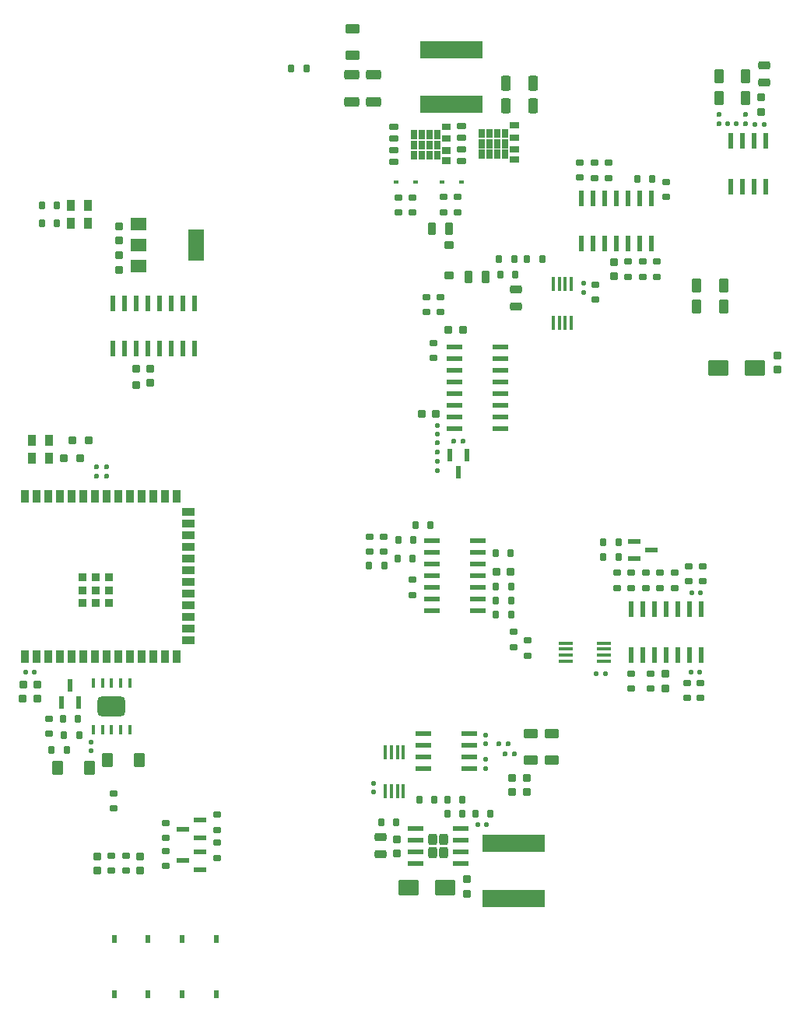
<source format=gbr>
%TF.GenerationSoftware,KiCad,Pcbnew,7.0.8*%
%TF.CreationDate,2023-10-31T22:16:14+02:00*%
%TF.ProjectId,Small_load_V1,536d616c-6c5f-46c6-9f61-645f56312e6b,rev?*%
%TF.SameCoordinates,Original*%
%TF.FileFunction,Paste,Top*%
%TF.FilePolarity,Positive*%
%FSLAX46Y46*%
G04 Gerber Fmt 4.6, Leading zero omitted, Abs format (unit mm)*
G04 Created by KiCad (PCBNEW 7.0.8) date 2023-10-31 22:16:14*
%MOMM*%
%LPD*%
G01*
G04 APERTURE LIST*
G04 Aperture macros list*
%AMRoundRect*
0 Rectangle with rounded corners*
0 $1 Rounding radius*
0 $2 $3 $4 $5 $6 $7 $8 $9 X,Y pos of 4 corners*
0 Add a 4 corners polygon primitive as box body*
4,1,4,$2,$3,$4,$5,$6,$7,$8,$9,$2,$3,0*
0 Add four circle primitives for the rounded corners*
1,1,$1+$1,$2,$3*
1,1,$1+$1,$4,$5*
1,1,$1+$1,$6,$7*
1,1,$1+$1,$8,$9*
0 Add four rect primitives between the rounded corners*
20,1,$1+$1,$2,$3,$4,$5,0*
20,1,$1+$1,$4,$5,$6,$7,0*
20,1,$1+$1,$6,$7,$8,$9,0*
20,1,$1+$1,$8,$9,$2,$3,0*%
G04 Aperture macros list end*
%ADD10C,0.001000*%
%ADD11RoundRect,0.160000X-0.267500X0.200000X-0.267500X-0.200000X0.267500X-0.200000X0.267500X0.200000X0*%
%ADD12R,0.630000X0.900000*%
%ADD13RoundRect,0.082500X-0.187500X-0.120000X0.187500X-0.120000X0.187500X0.120000X-0.187500X0.120000X0*%
%ADD14RoundRect,0.192500X-0.617500X0.325000X-0.617500X-0.325000X0.617500X-0.325000X0.617500X0.325000X0*%
%ADD15RoundRect,0.052500X0.217500X-0.825000X0.217500X0.825000X-0.217500X0.825000X-0.217500X-0.825000X0*%
%ADD16RoundRect,0.180000X0.247500X-0.225000X0.247500X0.225000X-0.247500X0.225000X-0.247500X-0.225000X0*%
%ADD17RoundRect,0.160000X0.200000X0.267500X-0.200000X0.267500X-0.200000X-0.267500X0.200000X-0.267500X0*%
%ADD18RoundRect,0.108000X-0.180000X0.135000X-0.180000X-0.135000X0.180000X-0.135000X0.180000X0.135000X0*%
%ADD19RoundRect,0.160000X-0.200000X-0.267500X0.200000X-0.267500X0.200000X0.267500X-0.200000X0.267500X0*%
%ADD20RoundRect,0.195000X0.243750X0.435000X-0.243750X0.435000X-0.243750X-0.435000X0.243750X-0.435000X0*%
%ADD21RoundRect,0.480000X1.050000X-0.600000X1.050000X0.600000X-1.050000X0.600000X-1.050000X-0.600000X0*%
%ADD22R,0.459000X0.990000*%
%ADD23RoundRect,0.180000X0.225000X0.247500X-0.225000X0.247500X-0.225000X-0.247500X0.225000X-0.247500X0*%
%ADD24RoundRect,0.160000X0.267500X-0.200000X0.267500X0.200000X-0.267500X0.200000X-0.267500X-0.200000X0*%
%ADD25RoundRect,0.112000X0.167000X-0.140000X0.167000X0.140000X-0.167000X0.140000X-0.167000X-0.140000X0*%
%ADD26RoundRect,0.112000X-0.167000X0.140000X-0.167000X-0.140000X0.167000X-0.140000X0.167000X0.140000X0*%
%ADD27RoundRect,0.180000X-0.247500X0.225000X-0.247500X-0.225000X0.247500X-0.225000X0.247500X0.225000X0*%
%ADD28RoundRect,0.112000X-0.140000X-0.167000X0.140000X-0.167000X0.140000X0.167000X-0.140000X0.167000X0*%
%ADD29RoundRect,0.140000X-0.377500X0.175000X-0.377500X-0.175000X0.377500X-0.175000X0.377500X0.175000X0*%
%ADD30RoundRect,0.200000X0.452500X-0.250000X0.452500X0.250000X-0.452500X0.250000X-0.452500X-0.250000X0*%
%ADD31RoundRect,0.112000X0.140000X0.167000X-0.140000X0.167000X-0.140000X-0.167000X0.140000X-0.167000X0*%
%ADD32RoundRect,0.108000X-0.135000X-0.180000X0.135000X-0.180000X0.135000X0.180000X-0.135000X0.180000X0*%
%ADD33RoundRect,0.188750X0.238750X-0.250000X0.238750X0.250000X-0.238750X0.250000X-0.238750X-0.250000X0*%
%ADD34R,6.750000X1.980000*%
%ADD35RoundRect,0.195000X-0.243750X-0.435000X0.243750X-0.435000X0.243750X0.435000X-0.243750X0.435000X0*%
%ADD36RoundRect,0.125000X1.000000X0.685000X-1.000000X0.685000X-1.000000X-0.685000X1.000000X-0.685000X0*%
%ADD37RoundRect,0.200000X-0.452500X0.250000X-0.452500X-0.250000X0.452500X-0.250000X0.452500X0.250000X0*%
%ADD38RoundRect,0.076250X-0.193750X0.587500X-0.193750X-0.587500X0.193750X-0.587500X0.193750X0.587500X0*%
%ADD39RoundRect,0.018750X0.161250X-0.712500X0.161250X0.712500X-0.161250X0.712500X-0.161250X-0.712500X0*%
%ADD40RoundRect,0.193750X-0.312500X-0.593750X0.312500X-0.593750X0.312500X0.593750X-0.312500X0.593750X0*%
%ADD41RoundRect,0.185000X-0.400000X-0.580000X0.400000X-0.580000X0.400000X0.580000X-0.400000X0.580000X0*%
%ADD42RoundRect,0.193750X0.593750X-0.312500X0.593750X0.312500X-0.593750X0.312500X-0.593750X-0.312500X0*%
%ADD43RoundRect,0.200000X0.250000X0.452500X-0.250000X0.452500X-0.250000X-0.452500X0.250000X-0.452500X0*%
%ADD44RoundRect,0.076250X0.587500X0.193750X-0.587500X0.193750X-0.587500X-0.193750X0.587500X-0.193750X0*%
%ADD45RoundRect,0.108000X0.180000X-0.135000X0.180000X0.135000X-0.180000X0.135000X-0.180000X-0.135000X0*%
%ADD46RoundRect,0.188750X0.250000X0.238750X-0.250000X0.238750X-0.250000X-0.238750X0.250000X-0.238750X0*%
%ADD47RoundRect,0.192500X-0.325000X-0.617500X0.325000X-0.617500X0.325000X0.617500X-0.325000X0.617500X0*%
%ADD48RoundRect,0.082500X0.187500X0.120000X-0.187500X0.120000X-0.187500X-0.120000X0.187500X-0.120000X0*%
%ADD49RoundRect,0.052500X0.825000X0.217500X-0.825000X0.217500X-0.825000X-0.217500X0.825000X-0.217500X0*%
%ADD50RoundRect,0.180000X-0.360000X0.225000X-0.360000X-0.225000X0.360000X-0.225000X0.360000X0.225000X0*%
%ADD51RoundRect,0.018750X-0.161250X0.712500X-0.161250X-0.712500X0.161250X-0.712500X0.161250X0.712500X0*%
%ADD52R,0.810000X1.350000*%
%ADD53R,1.350000X0.810000*%
%ADD54R,0.810000X0.810000*%
%ADD55RoundRect,0.108000X0.135000X0.180000X-0.135000X0.180000X-0.135000X-0.180000X0.135000X-0.180000X0*%
%ADD56RoundRect,0.193750X0.312500X0.593750X-0.312500X0.593750X-0.312500X-0.593750X0.312500X-0.593750X0*%
%ADD57RoundRect,0.052500X-0.825000X-0.217500X0.825000X-0.217500X0.825000X0.217500X-0.825000X0.217500X0*%
%ADD58RoundRect,0.180000X-0.225000X-0.247500X0.225000X-0.247500X0.225000X0.247500X-0.225000X0.247500X0*%
%ADD59RoundRect,0.018750X0.712500X0.161250X-0.712500X0.161250X-0.712500X-0.161250X0.712500X-0.161250X0*%
%ADD60RoundRect,0.076250X-0.587500X-0.193750X0.587500X-0.193750X0.587500X0.193750X-0.587500X0.193750X0*%
%ADD61RoundRect,0.076250X0.193750X-0.587500X0.193750X0.587500X-0.193750X0.587500X-0.193750X-0.587500X0*%
%ADD62RoundRect,0.125000X-1.000000X-0.685000X1.000000X-0.685000X1.000000X0.685000X-1.000000X0.685000X0*%
%ADD63RoundRect,0.240000X0.240000X0.385000X-0.240000X0.385000X-0.240000X-0.385000X0.240000X-0.385000X0*%
%ADD64R,1.800000X1.350000*%
%ADD65R,1.800000X3.420000*%
G04 APERTURE END LIST*
D10*
%TO.C,Q6*%
X96850000Y-74010000D02*
X97750000Y-74010000D01*
X97750000Y-74010000D02*
X97750000Y-74610000D01*
X97750000Y-74610000D02*
X96850000Y-74610000D01*
X96850000Y-74610000D02*
X96850000Y-74010000D01*
G36*
X96850000Y-74010000D02*
G01*
X97750000Y-74010000D01*
X97750000Y-74610000D01*
X96850000Y-74610000D01*
X96850000Y-74010000D01*
G37*
X96600000Y-74710000D02*
X96000000Y-74710000D01*
X96000000Y-74710000D02*
X96000000Y-75610000D01*
X96000000Y-75610000D02*
X96600000Y-75610000D01*
X96600000Y-75610000D02*
X96600000Y-74710000D01*
G36*
X96600000Y-74710000D02*
G01*
X96000000Y-74710000D01*
X96000000Y-75610000D01*
X96600000Y-75610000D01*
X96600000Y-74710000D01*
G37*
X95750000Y-74710000D02*
X95150000Y-74710000D01*
X95150000Y-74710000D02*
X95150000Y-75610000D01*
X95150000Y-75610000D02*
X95750000Y-75610000D01*
X95750000Y-75610000D02*
X95750000Y-74710000D01*
G36*
X95750000Y-74710000D02*
G01*
X95150000Y-74710000D01*
X95150000Y-75610000D01*
X95750000Y-75610000D01*
X95750000Y-74710000D01*
G37*
X94900000Y-74710000D02*
X94300000Y-74710000D01*
X94300000Y-74710000D02*
X94300000Y-75610000D01*
X94300000Y-75610000D02*
X94900000Y-75610000D01*
X94900000Y-75610000D02*
X94900000Y-74710000D01*
G36*
X94900000Y-74710000D02*
G01*
X94300000Y-74710000D01*
X94300000Y-75610000D01*
X94900000Y-75610000D01*
X94900000Y-74710000D01*
G37*
X94050000Y-74710000D02*
X93450000Y-74710000D01*
X93450000Y-74710000D02*
X93450000Y-75610000D01*
X93450000Y-75610000D02*
X94050000Y-75610000D01*
X94050000Y-75610000D02*
X94050000Y-74710000D01*
G36*
X94050000Y-74710000D02*
G01*
X93450000Y-74710000D01*
X93450000Y-75610000D01*
X94050000Y-75610000D01*
X94050000Y-74710000D01*
G37*
X96850000Y-75310000D02*
X97750000Y-75310000D01*
X97750000Y-75310000D02*
X97750000Y-75910000D01*
X97750000Y-75910000D02*
X96850000Y-75910000D01*
X96850000Y-75910000D02*
X96850000Y-75310000D01*
G36*
X96850000Y-75310000D02*
G01*
X97750000Y-75310000D01*
X97750000Y-75910000D01*
X96850000Y-75910000D01*
X96850000Y-75310000D01*
G37*
X96600000Y-75860000D02*
X96000000Y-75860000D01*
X96000000Y-75860000D02*
X96000000Y-76760000D01*
X96000000Y-76760000D02*
X96600000Y-76760000D01*
X96600000Y-76760000D02*
X96600000Y-75860000D01*
G36*
X96600000Y-75860000D02*
G01*
X96000000Y-75860000D01*
X96000000Y-76760000D01*
X96600000Y-76760000D01*
X96600000Y-75860000D01*
G37*
X95750000Y-75860000D02*
X95150000Y-75860000D01*
X95150000Y-75860000D02*
X95150000Y-76760000D01*
X95150000Y-76760000D02*
X95750000Y-76760000D01*
X95750000Y-76760000D02*
X95750000Y-75860000D01*
G36*
X95750000Y-75860000D02*
G01*
X95150000Y-75860000D01*
X95150000Y-76760000D01*
X95750000Y-76760000D01*
X95750000Y-75860000D01*
G37*
X94900000Y-75860000D02*
X94300000Y-75860000D01*
X94300000Y-75860000D02*
X94300000Y-76760000D01*
X94300000Y-76760000D02*
X94900000Y-76760000D01*
X94900000Y-76760000D02*
X94900000Y-75860000D01*
G36*
X94900000Y-75860000D02*
G01*
X94300000Y-75860000D01*
X94300000Y-76760000D01*
X94900000Y-76760000D01*
X94900000Y-75860000D01*
G37*
X94050000Y-75860000D02*
X93450000Y-75860000D01*
X93450000Y-75860000D02*
X93450000Y-76760000D01*
X93450000Y-76760000D02*
X94050000Y-76760000D01*
X94050000Y-76760000D02*
X94050000Y-75860000D01*
G36*
X94050000Y-75860000D02*
G01*
X93450000Y-75860000D01*
X93450000Y-76760000D01*
X94050000Y-76760000D01*
X94050000Y-75860000D01*
G37*
X96850000Y-76610000D02*
X97750000Y-76610000D01*
X97750000Y-76610000D02*
X97750000Y-77210000D01*
X97750000Y-77210000D02*
X96850000Y-77210000D01*
X96850000Y-77210000D02*
X96850000Y-76610000D01*
G36*
X96850000Y-76610000D02*
G01*
X97750000Y-76610000D01*
X97750000Y-77210000D01*
X96850000Y-77210000D01*
X96850000Y-76610000D01*
G37*
X96600000Y-76960000D02*
X96000000Y-76960000D01*
X96000000Y-76960000D02*
X96000000Y-77860000D01*
X96000000Y-77860000D02*
X96600000Y-77860000D01*
X96600000Y-77860000D02*
X96600000Y-76960000D01*
G36*
X96600000Y-76960000D02*
G01*
X96000000Y-76960000D01*
X96000000Y-77860000D01*
X96600000Y-77860000D01*
X96600000Y-76960000D01*
G37*
X95750000Y-76960000D02*
X95150000Y-76960000D01*
X95150000Y-76960000D02*
X95150000Y-77860000D01*
X95150000Y-77860000D02*
X95750000Y-77860000D01*
X95750000Y-77860000D02*
X95750000Y-76960000D01*
G36*
X95750000Y-76960000D02*
G01*
X95150000Y-76960000D01*
X95150000Y-77860000D01*
X95750000Y-77860000D01*
X95750000Y-76960000D01*
G37*
X94900000Y-76960000D02*
X94300000Y-76960000D01*
X94300000Y-76960000D02*
X94300000Y-77860000D01*
X94300000Y-77860000D02*
X94900000Y-77860000D01*
X94900000Y-77860000D02*
X94900000Y-76960000D01*
G36*
X94900000Y-76960000D02*
G01*
X94300000Y-76960000D01*
X94300000Y-77860000D01*
X94900000Y-77860000D01*
X94900000Y-76960000D01*
G37*
X94050000Y-76960000D02*
X93450000Y-76960000D01*
X93450000Y-76960000D02*
X93450000Y-77860000D01*
X93450000Y-77860000D02*
X94050000Y-77860000D01*
X94050000Y-77860000D02*
X94050000Y-76960000D01*
G36*
X94050000Y-76960000D02*
G01*
X93450000Y-76960000D01*
X93450000Y-77860000D01*
X94050000Y-77860000D01*
X94050000Y-76960000D01*
G37*
X96850000Y-77710000D02*
X97750000Y-77710000D01*
X97750000Y-77710000D02*
X97750000Y-78310000D01*
X97750000Y-78310000D02*
X96850000Y-78310000D01*
X96850000Y-78310000D02*
X96850000Y-77710000D01*
G36*
X96850000Y-77710000D02*
G01*
X97750000Y-77710000D01*
X97750000Y-78310000D01*
X96850000Y-78310000D01*
X96850000Y-77710000D01*
G37*
%TO.C,Q4*%
X104250000Y-73890000D02*
X105150000Y-73890000D01*
X105150000Y-73890000D02*
X105150000Y-74490000D01*
X105150000Y-74490000D02*
X104250000Y-74490000D01*
X104250000Y-74490000D02*
X104250000Y-73890000D01*
G36*
X104250000Y-73890000D02*
G01*
X105150000Y-73890000D01*
X105150000Y-74490000D01*
X104250000Y-74490000D01*
X104250000Y-73890000D01*
G37*
X104000000Y-74590000D02*
X103400000Y-74590000D01*
X103400000Y-74590000D02*
X103400000Y-75490000D01*
X103400000Y-75490000D02*
X104000000Y-75490000D01*
X104000000Y-75490000D02*
X104000000Y-74590000D01*
G36*
X104000000Y-74590000D02*
G01*
X103400000Y-74590000D01*
X103400000Y-75490000D01*
X104000000Y-75490000D01*
X104000000Y-74590000D01*
G37*
X103150000Y-74590000D02*
X102550000Y-74590000D01*
X102550000Y-74590000D02*
X102550000Y-75490000D01*
X102550000Y-75490000D02*
X103150000Y-75490000D01*
X103150000Y-75490000D02*
X103150000Y-74590000D01*
G36*
X103150000Y-74590000D02*
G01*
X102550000Y-74590000D01*
X102550000Y-75490000D01*
X103150000Y-75490000D01*
X103150000Y-74590000D01*
G37*
X102300000Y-74590000D02*
X101700000Y-74590000D01*
X101700000Y-74590000D02*
X101700000Y-75490000D01*
X101700000Y-75490000D02*
X102300000Y-75490000D01*
X102300000Y-75490000D02*
X102300000Y-74590000D01*
G36*
X102300000Y-74590000D02*
G01*
X101700000Y-74590000D01*
X101700000Y-75490000D01*
X102300000Y-75490000D01*
X102300000Y-74590000D01*
G37*
X101450000Y-74590000D02*
X100850000Y-74590000D01*
X100850000Y-74590000D02*
X100850000Y-75490000D01*
X100850000Y-75490000D02*
X101450000Y-75490000D01*
X101450000Y-75490000D02*
X101450000Y-74590000D01*
G36*
X101450000Y-74590000D02*
G01*
X100850000Y-74590000D01*
X100850000Y-75490000D01*
X101450000Y-75490000D01*
X101450000Y-74590000D01*
G37*
X104250000Y-75190000D02*
X105150000Y-75190000D01*
X105150000Y-75190000D02*
X105150000Y-75790000D01*
X105150000Y-75790000D02*
X104250000Y-75790000D01*
X104250000Y-75790000D02*
X104250000Y-75190000D01*
G36*
X104250000Y-75190000D02*
G01*
X105150000Y-75190000D01*
X105150000Y-75790000D01*
X104250000Y-75790000D01*
X104250000Y-75190000D01*
G37*
X104000000Y-75740000D02*
X103400000Y-75740000D01*
X103400000Y-75740000D02*
X103400000Y-76640000D01*
X103400000Y-76640000D02*
X104000000Y-76640000D01*
X104000000Y-76640000D02*
X104000000Y-75740000D01*
G36*
X104000000Y-75740000D02*
G01*
X103400000Y-75740000D01*
X103400000Y-76640000D01*
X104000000Y-76640000D01*
X104000000Y-75740000D01*
G37*
X103150000Y-75740000D02*
X102550000Y-75740000D01*
X102550000Y-75740000D02*
X102550000Y-76640000D01*
X102550000Y-76640000D02*
X103150000Y-76640000D01*
X103150000Y-76640000D02*
X103150000Y-75740000D01*
G36*
X103150000Y-75740000D02*
G01*
X102550000Y-75740000D01*
X102550000Y-76640000D01*
X103150000Y-76640000D01*
X103150000Y-75740000D01*
G37*
X102300000Y-75740000D02*
X101700000Y-75740000D01*
X101700000Y-75740000D02*
X101700000Y-76640000D01*
X101700000Y-76640000D02*
X102300000Y-76640000D01*
X102300000Y-76640000D02*
X102300000Y-75740000D01*
G36*
X102300000Y-75740000D02*
G01*
X101700000Y-75740000D01*
X101700000Y-76640000D01*
X102300000Y-76640000D01*
X102300000Y-75740000D01*
G37*
X101450000Y-75740000D02*
X100850000Y-75740000D01*
X100850000Y-75740000D02*
X100850000Y-76640000D01*
X100850000Y-76640000D02*
X101450000Y-76640000D01*
X101450000Y-76640000D02*
X101450000Y-75740000D01*
G36*
X101450000Y-75740000D02*
G01*
X100850000Y-75740000D01*
X100850000Y-76640000D01*
X101450000Y-76640000D01*
X101450000Y-75740000D01*
G37*
X104250000Y-76490000D02*
X105150000Y-76490000D01*
X105150000Y-76490000D02*
X105150000Y-77090000D01*
X105150000Y-77090000D02*
X104250000Y-77090000D01*
X104250000Y-77090000D02*
X104250000Y-76490000D01*
G36*
X104250000Y-76490000D02*
G01*
X105150000Y-76490000D01*
X105150000Y-77090000D01*
X104250000Y-77090000D01*
X104250000Y-76490000D01*
G37*
X104000000Y-76840000D02*
X103400000Y-76840000D01*
X103400000Y-76840000D02*
X103400000Y-77740000D01*
X103400000Y-77740000D02*
X104000000Y-77740000D01*
X104000000Y-77740000D02*
X104000000Y-76840000D01*
G36*
X104000000Y-76840000D02*
G01*
X103400000Y-76840000D01*
X103400000Y-77740000D01*
X104000000Y-77740000D01*
X104000000Y-76840000D01*
G37*
X103150000Y-76840000D02*
X102550000Y-76840000D01*
X102550000Y-76840000D02*
X102550000Y-77740000D01*
X102550000Y-77740000D02*
X103150000Y-77740000D01*
X103150000Y-77740000D02*
X103150000Y-76840000D01*
G36*
X103150000Y-76840000D02*
G01*
X102550000Y-76840000D01*
X102550000Y-77740000D01*
X103150000Y-77740000D01*
X103150000Y-76840000D01*
G37*
X102300000Y-76840000D02*
X101700000Y-76840000D01*
X101700000Y-76840000D02*
X101700000Y-77740000D01*
X101700000Y-77740000D02*
X102300000Y-77740000D01*
X102300000Y-77740000D02*
X102300000Y-76840000D01*
G36*
X102300000Y-76840000D02*
G01*
X101700000Y-76840000D01*
X101700000Y-77740000D01*
X102300000Y-77740000D01*
X102300000Y-76840000D01*
G37*
X101450000Y-76840000D02*
X100850000Y-76840000D01*
X100850000Y-76840000D02*
X100850000Y-77740000D01*
X100850000Y-77740000D02*
X101450000Y-77740000D01*
X101450000Y-77740000D02*
X101450000Y-76840000D01*
G36*
X101450000Y-76840000D02*
G01*
X100850000Y-76840000D01*
X100850000Y-77740000D01*
X101450000Y-77740000D01*
X101450000Y-76840000D01*
G37*
X104250000Y-77590000D02*
X105150000Y-77590000D01*
X105150000Y-77590000D02*
X105150000Y-78190000D01*
X105150000Y-78190000D02*
X104250000Y-78190000D01*
X104250000Y-78190000D02*
X104250000Y-77590000D01*
G36*
X104250000Y-77590000D02*
G01*
X105150000Y-77590000D01*
X105150000Y-78190000D01*
X104250000Y-78190000D01*
X104250000Y-77590000D01*
G37*
%TD*%
D11*
%TO.C,R18*%
X72425000Y-149225000D03*
X72425000Y-150875000D03*
%TD*%
D12*
%TO.C,SW4*%
X64900000Y-162800000D03*
X64900000Y-168800000D03*
X61200000Y-162800000D03*
X61200000Y-168800000D03*
%TD*%
D13*
%TO.C,D2*%
X96850000Y-80350000D03*
X98950000Y-80350000D03*
%TD*%
D14*
%TO.C,C14*%
X87050000Y-68725000D03*
X87050000Y-71675000D03*
%TD*%
D15*
%TO.C,U16*%
X61055000Y-98525000D03*
X62325000Y-98525000D03*
X63595000Y-98525000D03*
X64865000Y-98525000D03*
X66135000Y-98525000D03*
X67405000Y-98525000D03*
X68675000Y-98525000D03*
X69945000Y-98525000D03*
X69945000Y-93575000D03*
X68675000Y-93575000D03*
X67405000Y-93575000D03*
X66135000Y-93575000D03*
X64865000Y-93575000D03*
X63595000Y-93575000D03*
X62325000Y-93575000D03*
X61055000Y-93575000D03*
%TD*%
D11*
%TO.C,R24*%
X121290000Y-80350000D03*
X121290000Y-82000000D03*
%TD*%
%TO.C,R46*%
X117140000Y-89050000D03*
X117140000Y-90700000D03*
%TD*%
D16*
%TO.C,C39*%
X91950000Y-153450000D03*
X91950000Y-151900000D03*
%TD*%
D17*
%TO.C,R40*%
X99075000Y-149150000D03*
X97425000Y-149150000D03*
%TD*%
D18*
%TO.C,R30*%
X129900000Y-72990000D03*
X129900000Y-74010000D03*
%TD*%
D19*
%TO.C,R64*%
X94375000Y-147600000D03*
X96025000Y-147600000D03*
%TD*%
D11*
%TO.C,R83*%
X61150000Y-146925000D03*
X61150000Y-148575000D03*
%TD*%
D20*
%TO.C,D6*%
X54087500Y-108450000D03*
X52212500Y-108450000D03*
%TD*%
D17*
%TO.C,R61*%
X107775000Y-88800000D03*
X106125000Y-88800000D03*
%TD*%
D11*
%TO.C,R51*%
X119025000Y-122925000D03*
X119025000Y-124575000D03*
%TD*%
D21*
%TO.C,U15*%
X60850000Y-137475000D03*
D22*
X58910000Y-140015000D03*
X59910000Y-140015000D03*
X60910000Y-140015000D03*
X61910000Y-140015000D03*
X62910000Y-140015000D03*
X62910000Y-134915000D03*
X61910000Y-134915000D03*
X60910000Y-134915000D03*
X59910000Y-134915000D03*
X58910000Y-134915000D03*
%TD*%
D23*
%TO.C,C36*%
X106075000Y-145250000D03*
X104525000Y-145250000D03*
%TD*%
D24*
%TO.C,R14*%
X66825000Y-154825000D03*
X66825000Y-153175000D03*
%TD*%
D15*
%TO.C,U13*%
X128245000Y-80875000D03*
X129515000Y-80875000D03*
X130785000Y-80875000D03*
X132055000Y-80875000D03*
X132055000Y-75925000D03*
X130785000Y-75925000D03*
X129515000Y-75925000D03*
X128245000Y-75925000D03*
%TD*%
D25*
%TO.C,C19*%
X112250000Y-92390000D03*
X112250000Y-91430000D03*
%TD*%
D18*
%TO.C,R29*%
X127000000Y-72990000D03*
X127000000Y-74010000D03*
%TD*%
D26*
%TO.C,C33*%
X101650000Y-143220000D03*
X101650000Y-144180000D03*
%TD*%
D27*
%TO.C,C15*%
X99550000Y-156275000D03*
X99550000Y-157825000D03*
%TD*%
D23*
%TO.C,C35*%
X106075000Y-146800000D03*
X104525000Y-146800000D03*
%TD*%
D28*
%TO.C,C20*%
X51550000Y-133750000D03*
X52510000Y-133750000D03*
%TD*%
D17*
%TO.C,R85*%
X57275000Y-138825000D03*
X55625000Y-138825000D03*
%TD*%
D16*
%TO.C,C22*%
X133350000Y-100775000D03*
X133350000Y-99225000D03*
%TD*%
D29*
%TO.C,Q6*%
X91600000Y-74410000D03*
X91600000Y-75680000D03*
X91600000Y-76950000D03*
X91600000Y-78220000D03*
%TD*%
D30*
%TO.C,C26*%
X131900000Y-69550000D03*
X131900000Y-67650000D03*
%TD*%
D27*
%TO.C,C34*%
X131600000Y-71175000D03*
X131600000Y-72725000D03*
%TD*%
D14*
%TO.C,C13*%
X89450000Y-68725000D03*
X89450000Y-71675000D03*
%TD*%
D17*
%TO.C,R31*%
X82125000Y-68000000D03*
X80475000Y-68000000D03*
%TD*%
D19*
%TO.C,R77*%
X92025000Y-121400000D03*
X93675000Y-121400000D03*
%TD*%
D16*
%TO.C,C6*%
X59350000Y-155300000D03*
X59350000Y-153750000D03*
%TD*%
D17*
%TO.C,R54*%
X116050000Y-119620000D03*
X114400000Y-119620000D03*
%TD*%
D19*
%TO.C,R82*%
X55725000Y-140600000D03*
X57375000Y-140600000D03*
%TD*%
D31*
%TO.C,C37*%
X124980000Y-125050000D03*
X124020000Y-125050000D03*
%TD*%
D15*
%TO.C,U8*%
X117440000Y-131825000D03*
X118710000Y-131825000D03*
X119980000Y-131825000D03*
X121250000Y-131825000D03*
X122520000Y-131825000D03*
X123790000Y-131825000D03*
X125060000Y-131825000D03*
X125060000Y-126875000D03*
X123790000Y-126875000D03*
X122520000Y-126875000D03*
X121250000Y-126875000D03*
X119980000Y-126875000D03*
X118710000Y-126875000D03*
X117440000Y-126875000D03*
%TD*%
D11*
%TO.C,R65*%
X93625000Y-123665000D03*
X93625000Y-125315000D03*
%TD*%
D28*
%TO.C,C1*%
X113670000Y-133850000D03*
X114630000Y-133850000D03*
%TD*%
D17*
%TO.C,R39*%
X99075000Y-147600000D03*
X97425000Y-147600000D03*
%TD*%
D24*
%TO.C,R79*%
X113525000Y-93187500D03*
X113525000Y-91537500D03*
%TD*%
D32*
%TO.C,R5*%
X98140000Y-108550000D03*
X99160000Y-108550000D03*
%TD*%
D33*
%TO.C,R56*%
X63600000Y-102512500D03*
X63600000Y-100687500D03*
%TD*%
D11*
%TO.C,R12*%
X118690000Y-89050000D03*
X118690000Y-90700000D03*
%TD*%
D24*
%TO.C,R17*%
X72425000Y-153925000D03*
X72425000Y-152275000D03*
%TD*%
D34*
%TO.C,L2*%
X104650000Y-158350000D03*
X104650000Y-152350000D03*
%TD*%
D35*
%TO.C,D11*%
X56462500Y-82900000D03*
X58337500Y-82900000D03*
%TD*%
D15*
%TO.C,U2*%
X112040000Y-87075000D03*
X113310000Y-87075000D03*
X114580000Y-87075000D03*
X115850000Y-87075000D03*
X117120000Y-87075000D03*
X118390000Y-87075000D03*
X119660000Y-87075000D03*
X119660000Y-82125000D03*
X118390000Y-82125000D03*
X117120000Y-82125000D03*
X115850000Y-82125000D03*
X114580000Y-82125000D03*
X113310000Y-82125000D03*
X112040000Y-82125000D03*
%TD*%
D29*
%TO.C,Q4*%
X99000000Y-74290000D03*
X99000000Y-75560000D03*
X99000000Y-76830000D03*
X99000000Y-78100000D03*
%TD*%
D24*
%TO.C,R9*%
X62450000Y-155350000D03*
X62450000Y-153700000D03*
%TD*%
D11*
%TO.C,R20*%
X98550000Y-82025000D03*
X98550000Y-83675000D03*
%TD*%
D27*
%TO.C,C23*%
X65150000Y-100675000D03*
X65150000Y-102225000D03*
%TD*%
%TO.C,C21*%
X121150000Y-133925000D03*
X121150000Y-135475000D03*
%TD*%
D23*
%TO.C,C41*%
X99125000Y-96450000D03*
X97575000Y-96450000D03*
%TD*%
D17*
%TO.C,R53*%
X116050000Y-121150000D03*
X114400000Y-121150000D03*
%TD*%
%TO.C,R66*%
X104400000Y-127490000D03*
X102750000Y-127490000D03*
%TD*%
D36*
%TO.C,D4*%
X130900000Y-100600000D03*
X126900000Y-100600000D03*
%TD*%
D17*
%TO.C,R78*%
X95600000Y-117740000D03*
X93950000Y-117740000D03*
%TD*%
D19*
%TO.C,R62*%
X103075000Y-88800000D03*
X104725000Y-88800000D03*
%TD*%
D37*
%TO.C,C40*%
X90150000Y-151675000D03*
X90150000Y-153575000D03*
%TD*%
D38*
%TO.C,U5*%
X99610000Y-110102500D03*
X97710000Y-110102500D03*
X98660000Y-111977500D03*
%TD*%
D11*
%TO.C,R43*%
X115925000Y-122925000D03*
X115925000Y-124575000D03*
%TD*%
D26*
%TO.C,C4*%
X96350000Y-106870000D03*
X96350000Y-107830000D03*
%TD*%
D39*
%TO.C,U9*%
X90725000Y-146662500D03*
X91375000Y-146662500D03*
X92025000Y-146662500D03*
X92675000Y-146662500D03*
X92675000Y-142437500D03*
X92025000Y-142437500D03*
X91375000Y-142437500D03*
X90725000Y-142437500D03*
%TD*%
D40*
%TO.C,R60*%
X124587500Y-93970000D03*
X127512500Y-93970000D03*
%TD*%
D23*
%TO.C,C5*%
X96200000Y-105650000D03*
X94650000Y-105650000D03*
%TD*%
D41*
%TO.C,D8*%
X60450000Y-143250000D03*
X63950000Y-143250000D03*
%TD*%
D31*
%TO.C,C3*%
X124880000Y-133700000D03*
X123920000Y-133700000D03*
%TD*%
D42*
%TO.C,R48*%
X108830000Y-143312500D03*
X108830000Y-140387500D03*
%TD*%
D11*
%TO.C,R26*%
X111890000Y-78250000D03*
X111890000Y-79900000D03*
%TD*%
D43*
%TO.C,C8*%
X101650000Y-90750000D03*
X99750000Y-90750000D03*
%TD*%
D19*
%TO.C,R69*%
X102750000Y-124390000D03*
X104400000Y-124390000D03*
%TD*%
D17*
%TO.C,R67*%
X104350000Y-120740000D03*
X102700000Y-120740000D03*
%TD*%
D26*
%TO.C,C16*%
X89400000Y-145790000D03*
X89400000Y-146750000D03*
%TD*%
D41*
%TO.C,D9*%
X55000000Y-144100000D03*
X58500000Y-144100000D03*
%TD*%
D17*
%TO.C,R68*%
X104400000Y-125940000D03*
X102750000Y-125940000D03*
%TD*%
D44*
%TO.C,Q1*%
X70550000Y-155200000D03*
X70550000Y-153300000D03*
X68675000Y-154250000D03*
%TD*%
D24*
%TO.C,R27*%
X125000000Y-136525000D03*
X125000000Y-134875000D03*
%TD*%
D28*
%TO.C,C17*%
X127920000Y-74000000D03*
X128880000Y-74000000D03*
%TD*%
D25*
%TO.C,C2*%
X96350000Y-111780000D03*
X96350000Y-110820000D03*
%TD*%
D34*
%TO.C,L1*%
X97850000Y-71950000D03*
X97850000Y-65950000D03*
%TD*%
D45*
%TO.C,R35*%
X60350000Y-112360000D03*
X60350000Y-111340000D03*
%TD*%
D24*
%TO.C,R75*%
X95200000Y-94525000D03*
X95200000Y-92875000D03*
%TD*%
D45*
%TO.C,R80*%
X59300000Y-112360000D03*
X59300000Y-111340000D03*
%TD*%
D46*
%TO.C,R57*%
X57512500Y-110450000D03*
X55687500Y-110450000D03*
%TD*%
D24*
%TO.C,R19*%
X97000000Y-83675000D03*
X97000000Y-82025000D03*
%TD*%
D42*
%TO.C,R45*%
X106500000Y-143312500D03*
X106500000Y-140387500D03*
%TD*%
D47*
%TO.C,C9*%
X103825000Y-69600000D03*
X106775000Y-69600000D03*
%TD*%
D12*
%TO.C,SW1*%
X72272500Y-162805000D03*
X72272500Y-168805000D03*
X68572500Y-162805000D03*
X68572500Y-168805000D03*
%TD*%
D48*
%TO.C,D3*%
X94000000Y-80400000D03*
X91900000Y-80400000D03*
%TD*%
D49*
%TO.C,U19*%
X100750000Y-127000000D03*
X100750000Y-125730000D03*
X100750000Y-124460000D03*
X100750000Y-123190000D03*
X100750000Y-121920000D03*
X100750000Y-120650000D03*
X100750000Y-119380000D03*
X95800000Y-119380000D03*
X95800000Y-120650000D03*
X95800000Y-121920000D03*
X95800000Y-123190000D03*
X95800000Y-124460000D03*
X95800000Y-125730000D03*
X95800000Y-127000000D03*
%TD*%
D19*
%TO.C,R74*%
X88950000Y-122090000D03*
X90600000Y-122090000D03*
%TD*%
D40*
%TO.C,R25*%
X124587500Y-91650000D03*
X127512500Y-91650000D03*
%TD*%
D50*
%TO.C,D1*%
X97600000Y-87250000D03*
X97600000Y-90550000D03*
%TD*%
D46*
%TO.C,R58*%
X58462500Y-108500000D03*
X56637500Y-108500000D03*
%TD*%
D17*
%TO.C,R8*%
X54995000Y-82945000D03*
X53345000Y-82945000D03*
%TD*%
D23*
%TO.C,C30*%
X52805000Y-136600000D03*
X51255000Y-136600000D03*
%TD*%
D24*
%TO.C,R70*%
X89025000Y-120615000D03*
X89025000Y-118965000D03*
%TD*%
D19*
%TO.C,R84*%
X54375000Y-142150000D03*
X56025000Y-142150000D03*
%TD*%
D42*
%TO.C,R73*%
X87150000Y-66612500D03*
X87150000Y-63687500D03*
%TD*%
D16*
%TO.C,C7*%
X64000000Y-155325000D03*
X64000000Y-153775000D03*
%TD*%
D51*
%TO.C,U10*%
X110925000Y-91487500D03*
X110275000Y-91487500D03*
X109625000Y-91487500D03*
X108975000Y-91487500D03*
X108975000Y-95712500D03*
X109625000Y-95712500D03*
X110275000Y-95712500D03*
X110925000Y-95712500D03*
%TD*%
D16*
%TO.C,C25*%
X61750000Y-86725000D03*
X61750000Y-85175000D03*
%TD*%
D24*
%TO.C,R1*%
X123500000Y-136525000D03*
X123500000Y-134875000D03*
%TD*%
%TO.C,R41*%
X106200000Y-131925000D03*
X106200000Y-130275000D03*
%TD*%
D52*
%TO.C,U3*%
X51470000Y-132050000D03*
X52740000Y-132050000D03*
X54010000Y-132050000D03*
X55280000Y-132050000D03*
X56550000Y-132050000D03*
X57820000Y-132050000D03*
X59090000Y-132050000D03*
X60360000Y-132050000D03*
X61630000Y-132050000D03*
X62900000Y-132050000D03*
X64170000Y-132050000D03*
X65440000Y-132050000D03*
X66710000Y-132050000D03*
X67980000Y-132050000D03*
D53*
X69230000Y-130285000D03*
X69230000Y-129015000D03*
X69230000Y-127745000D03*
X69230000Y-126475000D03*
X69230000Y-125205000D03*
X69230000Y-123935000D03*
X69230000Y-122665000D03*
X69230000Y-121395000D03*
X69230000Y-120125000D03*
X69230000Y-118855000D03*
X69230000Y-117585000D03*
X69230000Y-116315000D03*
D52*
X67980000Y-114550000D03*
X66710000Y-114550000D03*
X65440000Y-114550000D03*
X64170000Y-114550000D03*
X62900000Y-114550000D03*
X61630000Y-114550000D03*
X60360000Y-114550000D03*
X59090000Y-114550000D03*
X57820000Y-114550000D03*
X56550000Y-114550000D03*
X55280000Y-114550000D03*
X54010000Y-114550000D03*
X52740000Y-114550000D03*
X51470000Y-114550000D03*
D54*
X57790000Y-126200000D03*
X59190000Y-126200000D03*
X60590000Y-126200000D03*
X60590000Y-126200000D03*
X57790000Y-124800000D03*
X57790000Y-124800000D03*
X59190000Y-124800000D03*
X60590000Y-124800000D03*
X57790000Y-123400000D03*
X59190000Y-123400000D03*
X60590000Y-123400000D03*
%TD*%
D44*
%TO.C,Q2*%
X70550000Y-151750000D03*
X70550000Y-149850000D03*
X68675000Y-150800000D03*
%TD*%
D24*
%TO.C,R42*%
X117450000Y-135525000D03*
X117450000Y-133875000D03*
%TD*%
D45*
%TO.C,R4*%
X96350000Y-109760000D03*
X96350000Y-108740000D03*
%TD*%
D11*
%TO.C,R52*%
X117475000Y-122900000D03*
X117475000Y-124550000D03*
%TD*%
D17*
%TO.C,R11*%
X119765000Y-80075000D03*
X118115000Y-80075000D03*
%TD*%
D49*
%TO.C,U4*%
X103175000Y-107245000D03*
X103175000Y-105975000D03*
X103175000Y-104705000D03*
X103175000Y-103435000D03*
X103175000Y-102165000D03*
X103175000Y-100895000D03*
X103175000Y-99625000D03*
X103175000Y-98355000D03*
X98225000Y-98355000D03*
X98225000Y-99625000D03*
X98225000Y-100895000D03*
X98225000Y-102165000D03*
X98225000Y-103435000D03*
X98225000Y-104705000D03*
X98225000Y-105975000D03*
X98225000Y-107245000D03*
%TD*%
D24*
%TO.C,R36*%
X104650000Y-130975000D03*
X104650000Y-129325000D03*
%TD*%
D11*
%TO.C,R81*%
X54100000Y-138775000D03*
X54100000Y-140425000D03*
%TD*%
D19*
%TO.C,R38*%
X100475000Y-149150000D03*
X102125000Y-149150000D03*
%TD*%
D24*
%TO.C,R21*%
X92100000Y-83725000D03*
X92100000Y-82075000D03*
%TD*%
D27*
%TO.C,C11*%
X115590000Y-89100000D03*
X115590000Y-90650000D03*
%TD*%
D55*
%TO.C,R49*%
X104710000Y-142600000D03*
X103690000Y-142600000D03*
%TD*%
D56*
%TO.C,R28*%
X129925000Y-71200000D03*
X127000000Y-71200000D03*
%TD*%
D11*
%TO.C,R23*%
X93650000Y-82075000D03*
X93650000Y-83725000D03*
%TD*%
D35*
%TO.C,D12*%
X56462500Y-84895000D03*
X58337500Y-84895000D03*
%TD*%
D17*
%TO.C,R71*%
X93750000Y-119340000D03*
X92100000Y-119340000D03*
%TD*%
D11*
%TO.C,R7*%
X123700000Y-122175000D03*
X123700000Y-123825000D03*
%TD*%
D55*
%TO.C,R50*%
X104060000Y-141500000D03*
X103040000Y-141500000D03*
%TD*%
D43*
%TO.C,C12*%
X97650000Y-85450000D03*
X95750000Y-85450000D03*
%TD*%
D24*
%TO.C,R55*%
X120240000Y-90700000D03*
X120240000Y-89050000D03*
%TD*%
D57*
%TO.C,U14*%
X94875000Y-140395000D03*
X94875000Y-141665000D03*
X94875000Y-142935000D03*
X94875000Y-144205000D03*
X99825000Y-144205000D03*
X99825000Y-142935000D03*
X99825000Y-141665000D03*
X99825000Y-140395000D03*
%TD*%
D17*
%TO.C,R10*%
X54995000Y-84895000D03*
X53345000Y-84895000D03*
%TD*%
D24*
%TO.C,R44*%
X120575000Y-124575000D03*
X120575000Y-122925000D03*
%TD*%
D16*
%TO.C,C24*%
X61700000Y-89925000D03*
X61700000Y-88375000D03*
%TD*%
D58*
%TO.C,C45*%
X102800000Y-122840000D03*
X104350000Y-122840000D03*
%TD*%
D11*
%TO.C,R2*%
X122200000Y-122925000D03*
X122200000Y-124575000D03*
%TD*%
D59*
%TO.C,U1*%
X114512500Y-132525000D03*
X114512500Y-131875000D03*
X114512500Y-131225000D03*
X114512500Y-130575000D03*
X110287500Y-130575000D03*
X110287500Y-131225000D03*
X110287500Y-131875000D03*
X110287500Y-132525000D03*
%TD*%
D24*
%TO.C,R76*%
X96700000Y-94525000D03*
X96700000Y-92875000D03*
%TD*%
D11*
%TO.C,R6*%
X119550000Y-133875000D03*
X119550000Y-135525000D03*
%TD*%
D20*
%TO.C,D5*%
X54087500Y-110450000D03*
X52212500Y-110450000D03*
%TD*%
D19*
%TO.C,R37*%
X90225000Y-150050000D03*
X91875000Y-150050000D03*
%TD*%
D11*
%TO.C,R15*%
X125250000Y-122175000D03*
X125250000Y-123825000D03*
%TD*%
D24*
%TO.C,R32*%
X114990000Y-79950000D03*
X114990000Y-78300000D03*
%TD*%
D25*
%TO.C,C47*%
X58650000Y-142280000D03*
X58650000Y-141320000D03*
%TD*%
D60*
%TO.C,Q7*%
X117750000Y-119500000D03*
X117750000Y-121400000D03*
X119625000Y-120450000D03*
%TD*%
D28*
%TO.C,C18*%
X130940000Y-74150000D03*
X131900000Y-74150000D03*
%TD*%
D24*
%TO.C,R72*%
X90525000Y-120615000D03*
X90525000Y-118965000D03*
%TD*%
D23*
%TO.C,C29*%
X52830000Y-135050000D03*
X51280000Y-135050000D03*
%TD*%
D26*
%TO.C,C32*%
X101650000Y-140570000D03*
X101650000Y-141530000D03*
%TD*%
D37*
%TO.C,C42*%
X104900000Y-92050000D03*
X104900000Y-93950000D03*
%TD*%
D31*
%TO.C,C38*%
X101680000Y-150350000D03*
X100720000Y-150350000D03*
%TD*%
D17*
%TO.C,R63*%
X104825000Y-90500000D03*
X103175000Y-90500000D03*
%TD*%
D61*
%TO.C,Q5*%
X55450000Y-137000000D03*
X57350000Y-137000000D03*
X56400000Y-135125000D03*
%TD*%
D24*
%TO.C,R3*%
X60900000Y-155350000D03*
X60900000Y-153700000D03*
%TD*%
D56*
%TO.C,R59*%
X129925000Y-68850000D03*
X127000000Y-68850000D03*
%TD*%
D24*
%TO.C,R34*%
X95950000Y-99550000D03*
X95950000Y-97900000D03*
%TD*%
D11*
%TO.C,R16*%
X66845000Y-150125000D03*
X66845000Y-151775000D03*
%TD*%
D24*
%TO.C,R33*%
X113440000Y-79950000D03*
X113440000Y-78300000D03*
%TD*%
D47*
%TO.C,C10*%
X103827651Y-72100000D03*
X106777651Y-72100000D03*
%TD*%
D62*
%TO.C,D7*%
X93200000Y-157200000D03*
X97200000Y-157200000D03*
%TD*%
D63*
%TO.C,U11*%
X97020000Y-153400000D03*
X97020000Y-151900000D03*
X95880000Y-153400000D03*
X95880000Y-151900000D03*
D49*
X98925000Y-154555000D03*
X98925000Y-153285000D03*
X98925000Y-152015000D03*
X98925000Y-150745000D03*
X93975000Y-150745000D03*
X93975000Y-152015000D03*
X93975000Y-153285000D03*
X93975000Y-154555000D03*
%TD*%
D64*
%TO.C,U17*%
X63850000Y-84950000D03*
X63850000Y-87250000D03*
D65*
X70150000Y-87250000D03*
D64*
X63850000Y-89550000D03*
%TD*%
M02*

</source>
